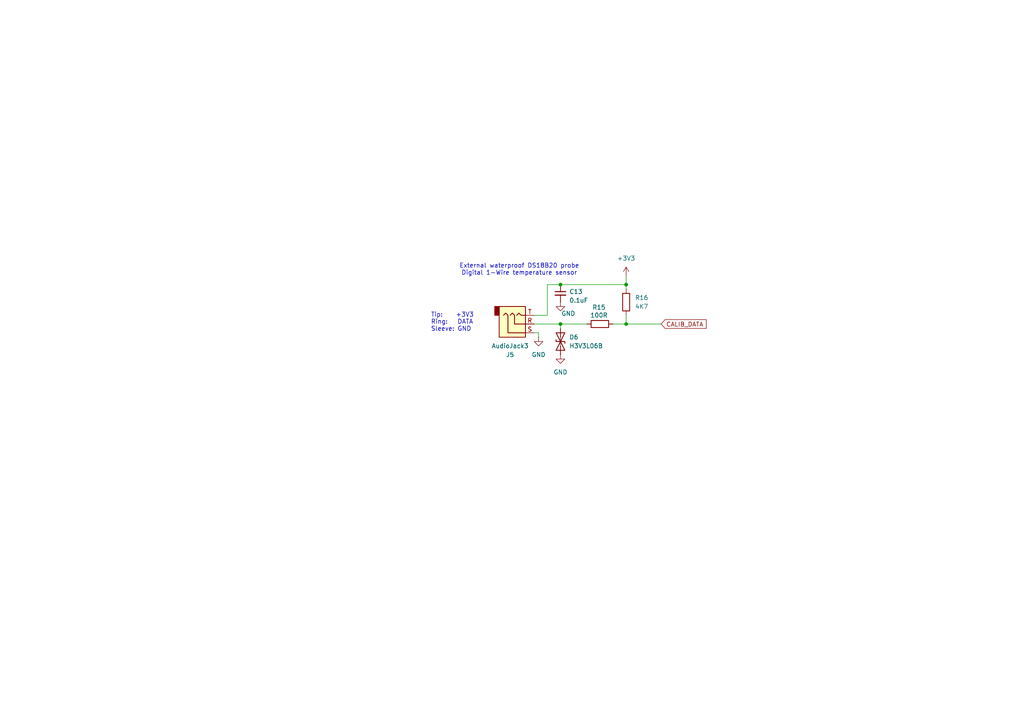
<source format=kicad_sch>
(kicad_sch (version 20250114) (generator "eeschema") (generator_version "9.0")
  (paper "A4")
  (lib_symbols
    (symbol "Connector_Audio:AudioJack3"
      (property "Reference" "J" (at 0 8.89 0))
      (property "Value" "AudioJack3" (at 0 6.35 0))
      (symbol "AudioJack3_0_1"
        (rectangle (start -5.08 -5.08) (end -6.35 -2.54) (stroke (width 0.254)) (fill (type outline)))
        (polyline (pts (xy -1.905 -2.54) (xy -1.27 -3.175) (xy -0.635 -2.54) (xy -0.635 0) (xy 2.54 0)) (stroke (width 0.254)))
        (polyline (pts (xy 0 -2.54) (xy 0.635 -3.175) (xy 1.27 -2.54) (xy 2.54 -2.54)) (stroke (width 0.254)))
        (rectangle (start 2.54 3.81) (end -5.08 -5.08) (stroke (width 0.254)) (fill (type background)))
        (polyline (pts (xy 2.54 2.54) (xy -2.54 2.54) (xy -2.54 -2.54) (xy -3.175 -3.175) (xy -3.81 -2.54)) (stroke (width 0.254)))
      )
      (symbol "AudioJack3_1_1"
        (pin passive line (at 5.08 2.54 180) (length 2.54) (name "~") (number "S"))
        (pin passive line (at 5.08 0 180) (length 2.54) (name "~") (number "R"))
        (pin passive line (at 5.08 -2.54 180) (length 2.54) (name "~") (number "T"))
      )
    )
    (symbol "Device:C_Small" (pin_numbers (hide yes)) (pin_names (offset 0.254) (hide yes))
      (property "Reference" "C" (at 0.254 1.778 0))
      (property "Value" "C_Small" (at 0.254 -2.032 0))
      (symbol "C_Small_0_1"
        (polyline (pts (xy -1.524 0.508) (xy 1.524 0.508)) (stroke (width 0.3048)))
        (polyline (pts (xy -1.524 -0.508) (xy 1.524 -0.508)) (stroke (width 0.3302)))
      )
      (symbol "C_Small_1_1"
        (pin passive line (at 0 2.54 270) (length 2.032) (name "~") (number "1"))
        (pin passive line (at 0 -2.54 90) (length 2.032) (name "~") (number "2"))
      )
    )
    (symbol "Device:D_TVS" (pin_numbers (hide yes)) (pin_names (offset 1.016) (hide yes))
      (property "Reference" "D" (at 0 2.54 0))
      (property "Value" "D_TVS" (at 0 -2.54 0))
      (symbol "D_TVS_0_1"
        (polyline (pts (xy -2.54 1.27) (xy -2.54 -1.27) (xy 2.54 1.27) (xy 2.54 -1.27) (xy -2.54 1.27)) (stroke (width 0.254)))
        (polyline (pts (xy 0.508 1.27) (xy 0 1.27) (xy 0 -1.27) (xy -0.508 -1.27)) (stroke (width 0.254)))
        (polyline (pts (xy 1.27 0) (xy -1.27 0)))
      )
      (symbol "D_TVS_1_1"
        (pin passive line (at -3.81 0 0) (length 2.54) (name "A1") (number "1"))
        (pin passive line (at 3.81 0 180) (length 2.54) (name "A2") (number "2"))
      )
    )
    (symbol "Device:R" (pin_numbers (hide yes)) (pin_names (offset 0))
      (property "Reference" "R" (at 2.032 0 90))
      (property "Value" "R" (at 0 0 90))
      (symbol "R_0_1"
        (rectangle (start -1.016 -2.54) (end 1.016 2.54) (stroke (width 0.254)))
      )
      (symbol "R_1_1"
        (pin passive line (at 0 3.81 270) (length 1.27) (name "~") (number "1"))
        (pin passive line (at 0 -3.81 90) (length 1.27) (name "~") (number "2"))
      )
    )
    (symbol "power:+3V3" (power) (pin_numbers (hide yes)) (pin_names (offset 0) (hide yes))
      (property "Value" "+3V3" (at 0 3.556 0))
      (symbol "+3V3_0_1"
        (polyline (pts (xy -0.762 1.27) (xy 0 2.54)))
        (polyline (pts (xy 0 2.54) (xy 0.762 1.27)))
        (polyline (pts (xy 0 0) (xy 0 2.54)))
      )
      (symbol "+3V3_1_1"
        (pin power_in line (at 0 0 90) (length 0) (name "~") (number "1"))
      )
    )
    (symbol "power:GND" (power) (pin_numbers (hide yes)) (pin_names (offset 0) (hide yes))
      (property "Value" "GND" (at 0 -3.81 0))
      (symbol "GND_0_1"
        (polyline (pts (xy 0 0) (xy 0 -1.27) (xy 1.27 -1.27) (xy 0 -2.54) (xy -1.27 -1.27) (xy 0 -1.27)))
      )
      (symbol "GND_1_1"
        (pin power_in line (at 0 0 270) (length 0) (name "~") (number "1"))
      )
    )
  )
  (text "External waterproof DS18B20 probe\nDigital 1-Wire temperature sensor" (at 150.622 78.232 0) (effects (font (size 1.27 1.27))))
  (text "Tip:    +3V3\nRing:   DATA\nSleeve: GND" (at 124.968 93.472 0) (effects (font (size 1.27 1.27)) (justify left)))
  (junction (at 181.61 93.98))
  (junction (at 162.56 82.55))
  (junction (at 162.56 93.98))
  (junction (at 181.61 82.55))
  (wire (pts (xy 181.61 91.44) (xy 181.61 93.98)))
  (wire (pts (xy 181.61 82.55) (xy 181.61 83.82)))
  (wire (pts (xy 162.56 93.98) (xy 170.18 93.98)))
  (wire (pts (xy 154.94 91.44) (xy 158.75 91.44)))
  (wire (pts (xy 156.21 96.52) (xy 156.21 97.79)))
  (wire (pts (xy 181.61 93.98) (xy 191.77 93.98)))
  (wire (pts (xy 181.61 80.01) (xy 181.61 82.55)))
  (wire (pts (xy 158.75 82.55) (xy 162.56 82.55)))
  (wire (pts (xy 158.75 91.44) (xy 158.75 82.55)))
  (wire (pts (xy 177.8 93.98) (xy 181.61 93.98)))
  (wire (pts (xy 162.56 95.25) (xy 162.56 93.98)))
  (wire (pts (xy 162.56 82.55) (xy 181.61 82.55)))
  (wire (pts (xy 156.21 96.52) (xy 154.94 96.52)))
  (wire (pts (xy 154.94 93.98) (xy 162.56 93.98)))
  (global_label "CALIB_DATA" (shape input) (at 191.77 93.98 0) (property "Intersheetrefs" "${INTERSHEET_REFS}" (effects (hide yes))))
  (symbol (lib_id "Device:R") (at 173.99 93.98 90) (mirror x) (unit 1)
    (property "Reference" "R15" (at 173.736 89.154 90))
    (property "Value" "100R" (at 173.736 91.44 90))
    (property "Description" "Resistor" (effects (hide yes)))
  )
  (symbol (lib_id "Device:C_Small") (at 162.56 85.09 0) (unit 1)
    (property "Reference" "C13" (at 165.1 84.582 0) (effects (justify left)))
    (property "Value" "0.1uF" (at 165.1 87.122 0) (effects (justify left)))
    (property "Description" "Unpolarized capacitor, small symbol" (effects (hide yes)))
  )
  (symbol (lib_id "Connector_Audio:AudioJack3") (at 149.86 93.98 0) (mirror x) (unit 1)
    (property "Reference" "J5" (at 147.955 102.87 0))
    (property "Value" "AudioJack3" (at 147.955 100.33 0))
    (property "Description" "Audio Jack, 3 Poles (Stereo / TRS)" (effects (hide yes)))
  )
  (symbol (lib_id "Device:R") (at 181.61 87.63 0) (unit 1)
    (property "Reference" "R16" (at 184.15 86.3599 0) (effects (justify left)))
    (property "Value" "4K7" (at 184.15 88.8999 0) (effects (justify left)))
    (property "Description" "Resistor" (effects (hide yes)))
  )
  (symbol (lib_id "power:GND") (at 156.21 97.79 0) (unit 1)
    (property "Reference" "#PWR030" (effects (hide yes)))
    (property "Value" "GND" (at 156.21 102.87 0))
    (property "Description" "Power symbol creates a global label with name \"GND\" , ground" (effects (hide yes)))
  )
  (symbol (lib_id "power:GND") (at 162.56 87.63 0) (unit 1)
    (property "Reference" "#PWR031" (effects (hide yes)))
    (property "Value" "GND" (at 164.846 90.932 0))
    (property "Description" "Power symbol creates a global label with name \"GND\" , ground" (effects (hide yes)))
  )
  (symbol (lib_id "power:GND") (at 162.56 102.87 0) (unit 1)
    (property "Reference" "#PWR029" (effects (hide yes)))
    (property "Value" "GND" (at 162.56 107.95 0))
    (property "Description" "Power symbol creates a global label with name \"GND\" , ground" (effects (hide yes)))
  )
  (symbol (lib_id "power:+3V3") (at 181.61 80.01 0) (mirror y) (unit 1)
    (property "Reference" "#PWR028" (effects (hide yes)))
    (property "Value" "+3V3" (at 181.61 74.93 0))
    (property "Description" "Power symbol creates a global label with name \"+3V3\"" (effects (hide yes)))
  )
  (symbol (lib_id "Device:D_TVS") (at 162.56 99.06 90) (unit 1)
    (property "Reference" "D6" (at 165.1 97.7899 90) (effects (justify right)))
    (property "Value" "H3V3L06B" (at 165.1 100.3299 90) (effects (justify right)))
    (property "Description" "Bidirectional transient-voltage-suppression diode" (effects (hide yes)))
  )
)
</source>
